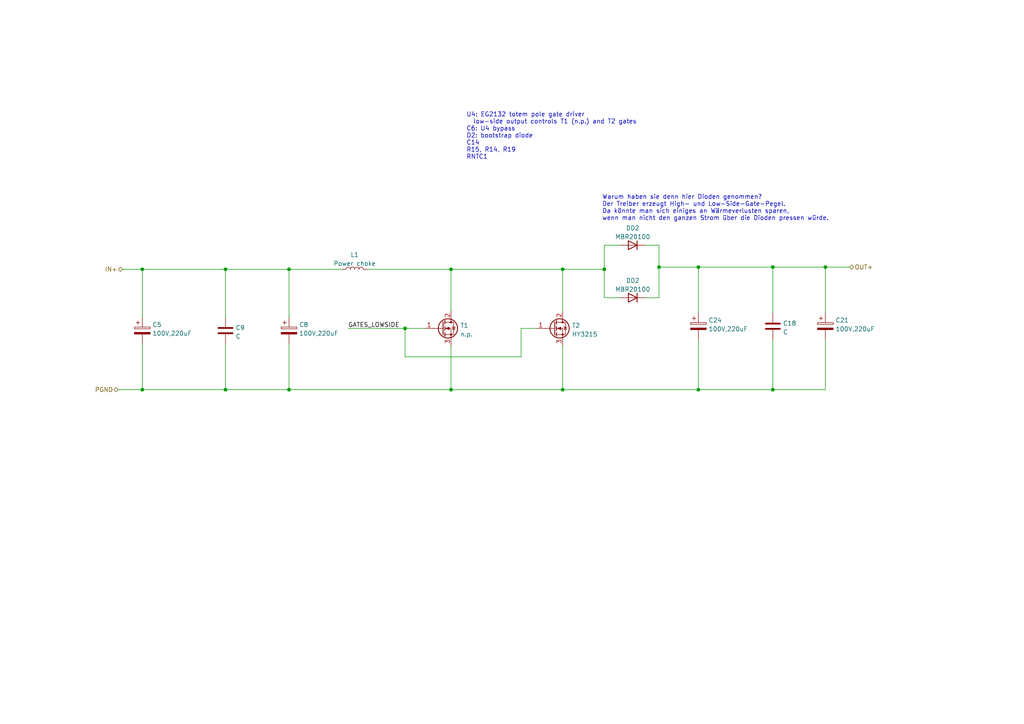
<source format=kicad_sch>
(kicad_sch (version 20211123) (generator eeschema)
  (paper "A4")
  (lib_symbols
    (symbol "Device:C" (pin_numbers hide) (pin_names (offset 0.254))
      (property "Reference" "C" (at 0.635 2.54 0))
      (property "Value" "C" (at 0.635 -2.54 0))
      (symbol "C_0_1"
        (polyline (pts (xy -2.032 -0.762) (xy 2.032 -0.762)) (stroke (width 0.508)))
        (polyline (pts (xy -2.032 0.762) (xy 2.032 0.762)) (stroke (width 0.508)))
      )
      (symbol "C_1_1"
        (pin passive line (at 0 3.81 270) (length 2.794) (name "~") (number "1"))
        (pin passive line (at 0 -3.81 90) (length 2.794) (name "~") (number "2"))
      )
    )
    (symbol "Device:C_Polarized" (pin_numbers hide) (pin_names (offset 0.254))
      (property "Reference" "C" (at 0.635 2.54 0))
      (property "Value" "C_Polarized" (at 0.635 -2.54 0))
      (symbol "C_Polarized_0_1"
        (rectangle (start -2.286 0.508) (end 2.286 1.016))
        (polyline (pts (xy -1.778 2.286) (xy -0.762 2.286)))
        (polyline (pts (xy -1.27 2.794) (xy -1.27 1.778)))
        (rectangle (start 2.286 -0.508) (end -2.286 -1.016) (fill (type outline)))
      )
      (symbol "C_Polarized_1_1"
        (pin passive line (at 0 3.81 270) (length 2.794) (name "~") (number "1"))
        (pin passive line (at 0 -3.81 90) (length 2.794) (name "~") (number "2"))
      )
    )
    (symbol "Device:D" (pin_numbers hide) (pin_names (offset 1.016) hide)
      (property "Reference" "D" (at 0 2.54 0))
      (property "Value" "D" (at 0 -2.54 0))
      (symbol "D_0_1"
        (polyline (pts (xy -1.27 1.27) (xy -1.27 -1.27)) (stroke (width 0.254)))
        (polyline (pts (xy 1.27 0) (xy -1.27 0)))
        (polyline (pts (xy 1.27 1.27) (xy 1.27 -1.27) (xy -1.27 0) (xy 1.27 1.27)) (stroke (width 0.254)))
      )
      (symbol "D_1_1"
        (pin passive line (at -3.81 0 0) (length 2.54) (name "K") (number "1"))
        (pin passive line (at 3.81 0 180) (length 2.54) (name "A") (number "2"))
      )
    )
    (symbol "Device:L" (pin_numbers hide) (pin_names (offset 1.016) hide)
      (property "Reference" "L" (at -1.27 0 90))
      (property "Value" "L" (at 1.905 0 90))
      (symbol "L_0_1"
        (arc (start 0 -2.54) (mid 0.635 -1.905) (end 0 -1.27))
        (arc (start 0 -1.27) (mid 0.635 -0.635) (end 0 0))
        (arc (start 0 0) (mid 0.635 0.635) (end 0 1.27))
        (arc (start 0 1.27) (mid 0.635 1.905) (end 0 2.54))
      )
      (symbol "L_1_1"
        (pin passive line (at 0 3.81 270) (length 1.27) (name "1") (number "1"))
        (pin passive line (at 0 -3.81 90) (length 1.27) (name "2") (number "2"))
      )
    )
    (symbol "Device:Q_NMOS_GDS" (pin_names (offset 0) hide)
      (property "Reference" "Q" (at 5.08 1.27 0))
      (property "Value" "Q_NMOS_GDS" (at 5.08 -1.27 0))
      (symbol "Q_NMOS_GDS_0_1"
        (polyline (pts (xy 0.254 0) (xy -2.54 0)))
        (polyline (pts (xy 0.254 1.905) (xy 0.254 -1.905)) (stroke (width 0.254)))
        (polyline (pts (xy 0.762 -1.27) (xy 0.762 -2.286)) (stroke (width 0.254)))
        (polyline (pts (xy 0.762 0.508) (xy 0.762 -0.508)) (stroke (width 0.254)))
        (polyline (pts (xy 0.762 2.286) (xy 0.762 1.27)) (stroke (width 0.254)))
        (polyline (pts (xy 2.54 2.54) (xy 2.54 1.778)))
        (polyline (pts (xy 2.54 -2.54) (xy 2.54 0) (xy 0.762 0)))
        (polyline (pts (xy 0.762 -1.778) (xy 3.302 -1.778) (xy 3.302 1.778) (xy 0.762 1.778)))
        (polyline (pts (xy 1.016 0) (xy 2.032 0.381) (xy 2.032 -0.381) (xy 1.016 0)) (fill (type outline)))
        (polyline (pts (xy 2.794 0.508) (xy 2.921 0.381) (xy 3.683 0.381) (xy 3.81 0.254)))
        (polyline (pts (xy 3.302 0.381) (xy 2.921 -0.254) (xy 3.683 -0.254) (xy 3.302 0.381)))
        (circle (center 1.651 0) (radius 2.794) (stroke (width 0.254)))
        (circle (center 2.54 -1.778) (radius 0.254) (fill (type outline)))
        (circle (center 2.54 1.778) (radius 0.254) (fill (type outline)))
      )
      (symbol "Q_NMOS_GDS_1_1"
        (pin input line (at -5.08 0 0) (length 2.54) (name "G") (number "1"))
        (pin passive line (at 2.54 5.08 270) (length 2.54) (name "D") (number "2"))
        (pin passive line (at 2.54 -5.08 90) (length 2.54) (name "S") (number "3"))
      )
    )
  )
  (junction (at 41.275 78.105))
  (junction (at 239.395 77.47))
  (junction (at 224.155 113.03))
  (junction (at 202.565 77.47))
  (junction (at 65.405 113.03))
  (junction (at 117.475 95.25))
  (junction (at 41.275 113.03))
  (junction (at 163.195 113.03))
  (junction (at 130.81 78.105))
  (junction (at 175.26 78.105))
  (junction (at 65.405 78.105))
  (junction (at 191.135 77.47))
  (junction (at 163.195 78.105))
  (junction (at 224.155 77.47))
  (junction (at 130.81 113.03))
  (junction (at 202.565 113.03))
  (junction (at 83.82 113.03))
  (junction (at 83.82 78.105))
  (wire (pts (xy 130.81 78.105) (xy 163.195 78.105)))
  (wire (pts (xy 41.275 78.105) (xy 41.275 92.075)))
  (wire (pts (xy 224.155 113.03) (xy 239.395 113.03)))
  (wire (pts (xy 151.13 103.505) (xy 117.475 103.505)))
  (wire (pts (xy 202.565 77.47) (xy 224.155 77.47)))
  (wire (pts (xy 130.81 100.33) (xy 130.81 113.03)))
  (wire (pts (xy 202.565 113.03) (xy 224.155 113.03)))
  (wire (pts (xy 155.575 95.25) (xy 151.13 95.25)))
  (wire (pts (xy 202.565 77.47) (xy 202.565 90.805)))
  (wire (pts (xy 117.475 103.505) (xy 117.475 95.25)))
  (wire (pts (xy 191.135 77.47) (xy 191.135 71.12)))
  (wire (pts (xy 65.405 78.105) (xy 83.82 78.105)))
  (wire (pts (xy 163.195 113.03) (xy 130.81 113.03)))
  (wire (pts (xy 106.68 78.105) (xy 130.81 78.105)))
  (wire (pts (xy 163.195 100.33) (xy 163.195 113.03)))
  (wire (pts (xy 130.81 78.105) (xy 130.81 90.17)))
  (wire (pts (xy 175.26 71.12) (xy 179.705 71.12)))
  (wire (pts (xy 239.395 77.47) (xy 246.38 77.47)))
  (wire (pts (xy 65.405 113.03) (xy 83.82 113.03)))
  (wire (pts (xy 175.26 78.105) (xy 175.26 71.12)))
  (wire (pts (xy 41.275 78.105) (xy 65.405 78.105)))
  (wire (pts (xy 65.405 78.105) (xy 65.405 92.075)))
  (wire (pts (xy 239.395 77.47) (xy 239.395 90.805)))
  (wire (pts (xy 191.135 86.36) (xy 191.135 77.47)))
  (wire (pts (xy 41.275 113.03) (xy 65.405 113.03)))
  (wire (pts (xy 224.155 77.47) (xy 239.395 77.47)))
  (wire (pts (xy 41.275 113.03) (xy 41.275 99.695)))
  (wire (pts (xy 117.475 95.25) (xy 123.19 95.25)))
  (wire (pts (xy 239.395 98.425) (xy 239.395 113.03)))
  (wire (pts (xy 130.81 113.03) (xy 83.82 113.03)))
  (wire (pts (xy 35.56 78.105) (xy 41.275 78.105)))
  (wire (pts (xy 151.13 95.25) (xy 151.13 103.505)))
  (wire (pts (xy 65.405 113.03) (xy 65.405 99.695)))
  (wire (pts (xy 191.135 77.47) (xy 202.565 77.47)))
  (wire (pts (xy 175.26 86.36) (xy 175.26 78.105)))
  (wire (pts (xy 175.26 86.36) (xy 179.705 86.36)))
  (wire (pts (xy 224.155 98.425) (xy 224.155 113.03)))
  (wire (pts (xy 187.325 86.36) (xy 191.135 86.36)))
  (wire (pts (xy 163.195 113.03) (xy 202.565 113.03)))
  (wire (pts (xy 100.965 95.25) (xy 117.475 95.25)))
  (wire (pts (xy 202.565 113.03) (xy 202.565 98.425)))
  (wire (pts (xy 83.82 78.105) (xy 83.82 92.075)))
  (wire (pts (xy 163.195 78.105) (xy 163.195 90.17)))
  (wire (pts (xy 175.26 78.105) (xy 163.195 78.105)))
  (wire (pts (xy 224.155 77.47) (xy 224.155 90.805)))
  (wire (pts (xy 83.82 78.105) (xy 99.06 78.105)))
  (wire (pts (xy 83.82 113.03) (xy 83.82 99.695)))
  (wire (pts (xy 191.135 71.12) (xy 187.325 71.12)))
  (wire (pts (xy 34.29 113.03) (xy 41.275 113.03)))
  (text "Warum haben sie denn hier Dioden genommen?\nDer Treiber erzeugt High- und Low-Side-Gate-Pegel.\nDa könnte man sich einiges an Wärmeverlusten sparen,\nwenn man nicht den ganzen Strom über die Dioden pressen würde.\n" (at 174.625 64.135 0) (effects (font (size 1.27 1.27)) (justify left bottom)))
  (text "U4: EG2132 totem pole gate driver\n  low-side output controls T1 (n.p.) and T2 gates\nC6: U4 bypass\nD2: bootstrap diode\nC14\nR15, R14, R19\nRNTC1" (at 135.255 46.355 0) (effects (font (size 1.27 1.27)) (justify left bottom)))
  (label "GATES_LOWSIDE" (at 100.965 95.25 0))
  (hierarchical_label "PGND" (shape bidirectional) (at 34.29 113.03 180))
  (hierarchical_label "IN+" (shape bidirectional) (at 35.56 78.105 180))
  (hierarchical_label "OUT+" (shape bidirectional) (at 246.38 77.47 0))
  (symbol (lib_id "Device:C_Polarized") (at 41.275 95.885 0) (unit 1)
    (property "Reference" "C5" (at 44.196 94.1613 0) (effects (justify left)))
    (property "Value" "100V,220uF" (at 44.196 96.6982 0) (effects (justify left)))
  )
  (symbol (lib_id "Device:D") (at 183.515 71.12 0) (mirror y) (unit 1)
    (property "Reference" "DD2" (at 183.515 66.1502 0))
    (property "Value" "MBR20100" (at 183.515 68.6871 0))
  )
  (symbol (lib_id "Device:C") (at 224.155 94.615 0) (unit 1)
    (property "Reference" "C18" (at 227.076 93.7803 0) (effects (justify left)))
    (property "Value" "C" (at 227.076 96.3172 0) (effects (justify left)))
  )
  (symbol (lib_id "Device:Q_NMOS_GDS") (at 160.655 95.25 0) (unit 1)
    (property "Reference" "T2" (at 165.862 94.4153 0) (effects (justify left)))
    (property "Value" "HY3215" (at 165.862 96.9522 0) (effects (justify left)))
  )
  (symbol (lib_id "Device:Q_NMOS_GDS") (at 128.27 95.25 0) (unit 1)
    (property "Reference" "T1" (at 133.477 94.4153 0) (effects (justify left)))
    (property "Value" "n.p." (at 133.477 96.9522 0) (effects (justify left)))
  )
  (symbol (lib_id "Device:C_Polarized") (at 239.395 94.615 0) (unit 1)
    (property "Reference" "C21" (at 242.316 92.8913 0) (effects (justify left)))
    (property "Value" "100V,220uF" (at 242.316 95.4282 0) (effects (justify left)))
  )
  (symbol (lib_id "Device:D") (at 183.515 86.36 0) (mirror y) (unit 1)
    (property "Reference" "DD2" (at 183.515 81.3902 0))
    (property "Value" "MBR20100" (at 183.515 83.9271 0))
  )
  (symbol (lib_id "Device:C_Polarized") (at 202.565 94.615 0) (unit 1)
    (property "Reference" "C24" (at 205.486 92.8913 0) (effects (justify left)))
    (property "Value" "100V,220uF" (at 205.486 95.4282 0) (effects (justify left)))
  )
  (symbol (lib_id "Device:C") (at 65.405 95.885 0) (unit 1)
    (property "Reference" "C9" (at 68.326 95.0503 0) (effects (justify left)))
    (property "Value" "C" (at 68.326 97.5872 0) (effects (justify left)))
  )
  (symbol (lib_id "Device:L") (at 102.87 78.105 90) (unit 1)
    (property "Reference" "L1" (at 102.87 73.8972 90))
    (property "Value" "Power choke" (at 102.87 76.4341 90))
  )
  (symbol (lib_id "Device:C_Polarized") (at 83.82 95.885 0) (unit 1)
    (property "Reference" "C8" (at 86.741 94.1613 0) (effects (justify left)))
    (property "Value" "100V,220uF" (at 86.741 96.6982 0) (effects (justify left)))
  )
)
</source>
